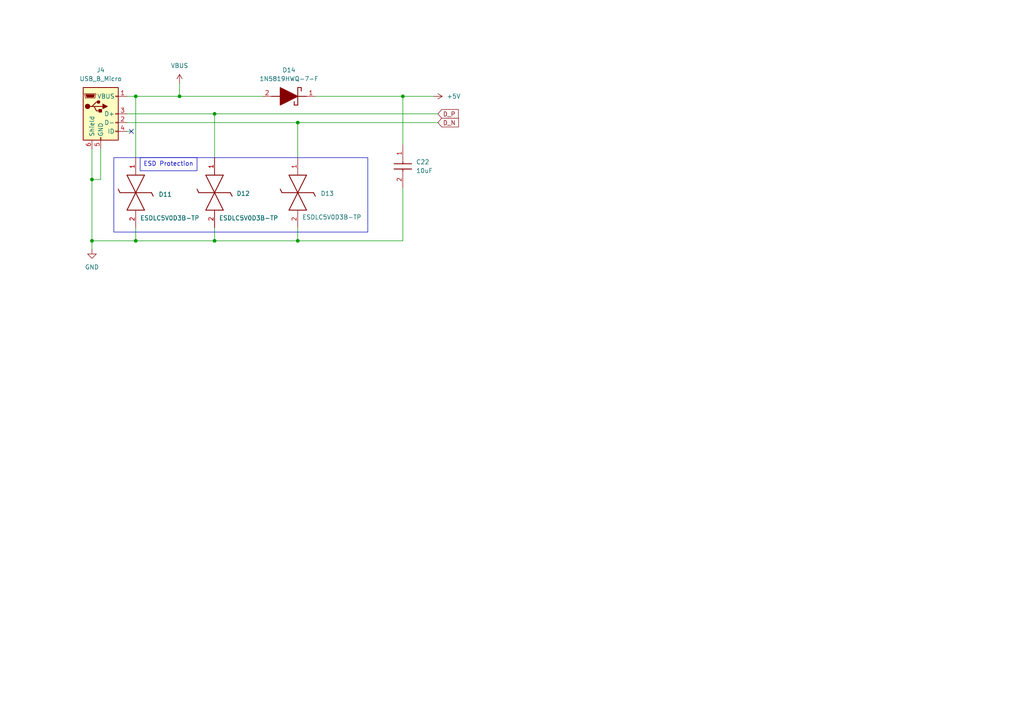
<source format=kicad_sch>
(kicad_sch (version 20250114) (generator "eeschema") (generator_version "9.0")
  (paper "A4")
  (lib_symbols
    (symbol "Connector:USB_B_Micro" (pin_names (offset 1.016))
      (property "Reference" "J" (at -5.08 11.43 0))
      (property "Value" "USB_B_Micro" (at -5.08 8.89 0))
      (symbol "USB_B_Micro_0_1"
        (rectangle (start -5.08 -7.62) (end 5.08 7.62) (stroke (width 0.254)) (fill (type background)))
        (polyline (pts (xy -4.699 5.842) (xy -4.699 5.588) (xy -4.445 4.826) (xy -4.445 4.572) (xy -1.651 4.572) (xy -1.651 4.826) (xy -1.397 5.588) (xy -1.397 5.842) (xy -4.699 5.842)))
        (polyline (pts (xy -4.318 5.588) (xy -1.778 5.588) (xy -2.032 4.826) (xy -4.064 4.826) (xy -4.318 5.588)) (fill (type outline)))
        (circle (center -3.81 2.159) (radius 0.635) (stroke (width 0.254)) (fill (type outline)))
        (polyline (pts (xy -3.175 2.159) (xy -2.54 2.159) (xy -1.27 3.429) (xy -0.635 3.429)) (stroke (width 0.254)))
        (polyline (pts (xy -2.54 2.159) (xy -1.905 2.159) (xy -1.27 0.889) (xy 0 0.889)) (stroke (width 0.254)))
        (polyline (pts (xy -1.905 2.159) (xy 0.635 2.159)) (stroke (width 0.254)))
        (circle (center -0.635 3.429) (radius 0.381) (stroke (width 0.254)) (fill (type outline)))
        (rectangle (start -0.127 -7.62) (end 0.127 -6.858))
        (rectangle (start 0.254 1.27) (end -0.508 0.508) (stroke (width 0.254)) (fill (type outline)))
        (polyline (pts (xy 0.635 2.794) (xy 0.635 1.524) (xy 1.905 2.159) (xy 0.635 2.794)) (stroke (width 0.254)) (fill (type outline)))
        (rectangle (start 5.08 4.953) (end 4.318 5.207))
        (rectangle (start 5.08 -0.127) (end 4.318 0.127))
        (rectangle (start 5.08 -2.667) (end 4.318 -2.413))
        (rectangle (start 5.08 -5.207) (end 4.318 -4.953))
      )
      (symbol "USB_B_Micro_1_1"
        (pin passive line (at -2.54 -10.16 90) (length 2.54) (name "Shield") (number "6"))
        (pin power_out line (at 0 -10.16 90) (length 2.54) (name "GND") (number "5"))
        (pin power_out line (at 7.62 5.08 180) (length 2.54) (name "VBUS") (number "1"))
        (pin bidirectional line (at 7.62 0 180) (length 2.54) (name "D+") (number "3"))
        (pin bidirectional line (at 7.62 -2.54 180) (length 2.54) (name "D-") (number "2"))
        (pin passive line (at 7.62 -5.08 180) (length 2.54) (name "ID") (number "4"))
      )
    )
    (symbol "SamacSys_Parts:1N5819HWQ-7-F" (pin_names (hide yes))
      (property "Reference" "D" (at 12.7 8.89 0))
      (property "Value" "1N5819HWQ-7-F" (at 12.7 6.35 0))
      (symbol "1N5819HWQ-7-F_1_1"
        (polyline (pts (xy 5.08 0) (xy 7.62 0)) (stroke (width 0.254)))
        (polyline (pts (xy 6.604 -1.524) (xy 6.604 -2.54)) (stroke (width 0.254)))
        (polyline (pts (xy 7.62 2.54) (xy 7.62 -2.54)) (stroke (width 0.254)))
        (polyline (pts (xy 7.62 2.54) (xy 8.636 2.54)) (stroke (width 0.254)))
        (polyline (pts (xy 7.62 0) (xy 12.7 2.54) (xy 12.7 -2.54) (xy 7.62 0)) (stroke (width 0.254)) (fill (type outline)))
        (polyline (pts (xy 7.62 -2.54) (xy 6.604 -2.54)) (stroke (width 0.254)))
        (polyline (pts (xy 8.636 1.524) (xy 8.636 2.54)) (stroke (width 0.254)))
        (polyline (pts (xy 12.7 0) (xy 15.24 0)) (stroke (width 0.254)))
        (pin passive line (at 2.54 0 0) (length 2.54) (name "K") (number "1"))
        (pin passive line (at 17.78 0 180) (length 2.54) (name "A") (number "2"))
      )
    )
    (symbol "SamacSys_Parts:CL21A106KAYNNNE" (pin_names (hide yes))
      (property "Reference" "C" (at 8.89 6.35 0))
      (property "Value" "CL21A106KAYNNNE" (at 8.89 3.81 0))
      (symbol "CL21A106KAYNNNE_1_1"
        (polyline (pts (xy 5.08 0) (xy 5.588 0)) (stroke (width 0.254)))
        (polyline (pts (xy 5.588 2.54) (xy 5.588 -2.54)) (stroke (width 0.254)))
        (polyline (pts (xy 7.112 2.54) (xy 7.112 -2.54)) (stroke (width 0.254)))
        (polyline (pts (xy 7.112 0) (xy 7.62 0)) (stroke (width 0.254)))
        (pin passive line (at 0 0 0) (length 5.08) (name "1") (number "1"))
        (pin passive line (at 12.7 0 180) (length 5.08) (name "2") (number "2"))
      )
    )
    (symbol "SamacSys_Parts:ESDLC5V0D3B-TP" (pin_names (hide yes))
      (property "Reference" "D" (at 15.24 8.89 0))
      (property "Value" "ESDLC5V0D3B-TP" (at 15.24 6.35 0))
      (symbol "ESDLC5V0D3B-TP_1_1"
        (polyline (pts (xy 5.08 2.54) (xy 5.08 -2.54)) (stroke (width 0.254)))
        (polyline (pts (xy 5.08 2.54) (xy 10.16 0)) (stroke (width 0.254)))
        (polyline (pts (xy 10.16 0) (xy 5.08 -2.54)) (stroke (width 0.254)))
        (polyline (pts (xy 10.16 0) (xy 15.24 -2.54)) (stroke (width 0.254)))
        (polyline (pts (xy 10.16 -4.572) (xy 9.144 -5.08)) (stroke (width 0.254)))
        (polyline (pts (xy 10.16 -4.572) (xy 10.16 4.572)) (stroke (width 0.254)))
        (polyline (pts (xy 11.176 5.08) (xy 10.16 4.572)) (stroke (width 0.254)))
        (polyline (pts (xy 15.24 2.54) (xy 10.16 0)) (stroke (width 0.254)))
        (polyline (pts (xy 15.24 2.54) (xy 15.24 -2.54)) (stroke (width 0.254)))
        (pin passive line (at 0 0 0) (length 5.08) (name "K1") (number "1"))
        (pin passive line (at 20.32 0 180) (length 5.08) (name "K2") (number "2"))
      )
    )
    (symbol "power:+5V" (power) (pin_numbers (hide yes)) (pin_names (offset 0) (hide yes))
      (property "Value" "+5V" (at 0 3.556 0))
      (symbol "+5V_0_1"
        (polyline (pts (xy -0.762 1.27) (xy 0 2.54)))
        (polyline (pts (xy 0 2.54) (xy 0.762 1.27)))
        (polyline (pts (xy 0 0) (xy 0 2.54)))
      )
      (symbol "+5V_1_1"
        (pin power_in line (at 0 0 90) (length 0) (name "~") (number "1"))
      )
    )
    (symbol "power:GND" (power) (pin_numbers (hide yes)) (pin_names (offset 0) (hide yes))
      (property "Value" "GND" (at 0 -3.81 0))
      (symbol "GND_0_1"
        (polyline (pts (xy 0 0) (xy 0 -1.27) (xy 1.27 -1.27) (xy 0 -2.54) (xy -1.27 -1.27) (xy 0 -1.27)))
      )
      (symbol "GND_1_1"
        (pin power_in line (at 0 0 270) (length 0) (name "~") (number "1"))
      )
    )
    (symbol "power:VBUS" (power) (pin_numbers (hide yes)) (pin_names (offset 0) (hide yes))
      (property "Value" "VBUS" (at 0 3.556 0))
      (symbol "VBUS_0_1"
        (polyline (pts (xy -0.762 1.27) (xy 0 2.54)))
        (polyline (pts (xy 0 2.54) (xy 0.762 1.27)))
        (polyline (pts (xy 0 0) (xy 0 2.54)))
      )
      (symbol "VBUS_1_1"
        (pin power_in line (at 0 0 90) (length 0) (name "~") (number "1"))
      )
    )
  )
  (rectangle (start 33.02 45.72) (end 106.68 67.31))
  (text_box "ESD Protection" (at 40.64 45.72 0) (size 16.51 3.81) (margins 0.9525 0.9525 0.9525 0.9525) (effects (font (size 1.27 1.27)) (justify left top)))
  (junction (at 62.23 69.85))
  (junction (at 116.84 27.94))
  (junction (at 26.67 52.07))
  (junction (at 52.07 27.94))
  (junction (at 62.23 33.02))
  (junction (at 39.37 27.94))
  (junction (at 39.37 69.85))
  (junction (at 26.67 69.85))
  (junction (at 86.36 35.56))
  (junction (at 86.36 69.85))
  (no_connect (at 38.1 38.1))
  (wire (pts (xy 116.84 27.94) (xy 125.73 27.94)))
  (wire (pts (xy 26.67 72.39) (xy 26.67 69.85)))
  (wire (pts (xy 39.37 27.94) (xy 39.37 45.72)))
  (wire (pts (xy 86.36 69.85) (xy 116.84 69.85)))
  (wire (pts (xy 26.67 69.85) (xy 39.37 69.85)))
  (wire (pts (xy 52.07 24.13) (xy 52.07 27.94)))
  (wire (pts (xy 116.84 27.94) (xy 116.84 41.91)))
  (wire (pts (xy 36.83 35.56) (xy 86.36 35.56)))
  (wire (pts (xy 39.37 69.85) (xy 39.37 66.04)))
  (wire (pts (xy 26.67 43.18) (xy 26.67 52.07)))
  (wire (pts (xy 86.36 66.04) (xy 86.36 69.85)))
  (wire (pts (xy 116.84 54.61) (xy 116.84 69.85)))
  (wire (pts (xy 38.1 38.1) (xy 36.83 38.1)))
  (wire (pts (xy 62.23 33.02) (xy 127 33.02)))
  (wire (pts (xy 36.83 27.94) (xy 39.37 27.94)))
  (wire (pts (xy 26.67 52.07) (xy 26.67 69.85)))
  (wire (pts (xy 62.23 69.85) (xy 39.37 69.85)))
  (wire (pts (xy 62.23 33.02) (xy 62.23 45.72)))
  (wire (pts (xy 29.21 52.07) (xy 26.67 52.07)))
  (wire (pts (xy 86.36 35.56) (xy 127 35.56)))
  (wire (pts (xy 62.23 66.04) (xy 62.23 69.85)))
  (wire (pts (xy 52.07 27.94) (xy 76.2 27.94)))
  (wire (pts (xy 39.37 27.94) (xy 52.07 27.94)))
  (wire (pts (xy 36.83 33.02) (xy 62.23 33.02)))
  (wire (pts (xy 86.36 35.56) (xy 86.36 45.72)))
  (wire (pts (xy 29.21 43.18) (xy 29.21 52.07)))
  (wire (pts (xy 62.23 69.85) (xy 86.36 69.85)))
  (wire (pts (xy 91.44 27.94) (xy 116.84 27.94)))
  (global_label "D_P" (shape input) (at 127 33.02 0) (property "Intersheetrefs" "${INTERSHEET_REFS}" (effects (hide yes))))
  (global_label "D_N" (shape input) (at 127 35.56 0) (property "Intersheetrefs" "${INTERSHEET_REFS}" (effects (hide yes))))
  (symbol (lib_id "SamacSys_Parts:ESDLC5V0D3B-TP") (at 86.36 45.72 270) (unit 1)
    (property "Reference" "D13" (at 92.964 56.134 90) (effects (justify left)))
    (property "Value" "ESDLC5V0D3B-TP" (at 87.63 62.992 90) (effects (justify left)))
    (property "Footprint" "SOD2512X115N" (effects (hide yes)))
    (property "Datasheet" "https://www.mccsemi.com/pdf/Products/ESDLC3V3D3B~ESDLC12VD3B(SOD-323).pdf" (effects (hide yes)))
    (property "Description" "ESD Protection Devices" (effects (hide yes)))
    (property "Height" "1.15" (effects (hide yes)))
    (property "Manufacturer_Name" "MCC" (effects (hide yes)))
    (property "Manufacturer_Part_Number" "ESDLC5V0D3B-TP" (effects (hide yes)))
  )
  (symbol (lib_id "SamacSys_Parts:CL21A106KAYNNNE") (at 116.84 41.91 270) (unit 1)
    (property "Reference" "C22" (at 120.65 46.9899 90) (effects (justify left)))
    (property "Value" "10uF" (at 120.65 49.5299 90) (effects (justify left)))
    (property "Footprint" "CAPC2012X145N" (effects (hide yes)))
    (property "Datasheet" "https://datasheet.datasheetarchive.com/originals/distributors/Datasheets_SAMA/6a45835c9b7400e9b49c55c38a8ff4a2.pdf" (effects (hide yes)))
    (property "Description" "Samsung" (effects (hide yes)))
    (property "Height" "1.45" (effects (hide yes)))
    (property "Manufacturer_Name" "SAMSUNG" (effects (hide yes)))
    (property "Manufacturer_Part_Number" "CL21A106KAYNNNE" (effects (hide yes)))
    (property "Mouser Part Number" "187-CL21A106KAYNNNE" (effects (hide yes)))
    (property "Mouser Price/Stock" "https://www.mouser.co.uk/ProductDetail/Samsung-Electro-Mechanics/CL21A106KAYNNNE?qs=yOVawPpwOwmTXAd4dJtNjA%3D%3D" (effects (hide yes)))
    (property "Arrow Part Number" "CL21A106KAYNNNE" (effects (hide yes)))
    (property "Arrow Price/Stock" "https://www.arrow.com/en/products/cl21a106kaynnne/samsung-electro-mechanics?utm_currency=USD&region=nac" (effects (hide yes)))
  )
  (symbol (lib_id "power:GND") (at 26.67 72.39 0) (unit 1)
    (property "Reference" "#PWR033" (effects (hide yes)))
    (property "Value" "GND" (at 26.67 77.47 0))
    (property "Description" "Power symbol creates a global label with name \"GND\" , ground" (effects (hide yes)))
  )
  (symbol (lib_id "power:+5V") (at 125.73 27.94 270) (unit 1)
    (property "Reference" "#PWR042" (effects (hide yes)))
    (property "Value" "+5V" (at 129.54 27.9399 90) (effects (justify left)))
    (property "Description" "Power symbol creates a global label with name \"+5V\"" (effects (hide yes)))
  )
  (symbol (lib_id "Connector:USB_B_Micro") (at 29.21 33.02 0) (unit 1)
    (property "Reference" "J4" (at 29.21 20.32 0))
    (property "Value" "USB_B_Micro" (at 29.21 22.86 0))
    (property "Description" "USB Micro Type B connector" (effects (hide yes)))
  )
  (symbol (lib_id "power:VBUS") (at 52.07 24.13 0) (unit 1)
    (property "Reference" "#PWR041" (effects (hide yes)))
    (property "Value" "VBUS" (at 52.07 19.05 0))
    (property "Description" "Power symbol creates a global label with name \"VBUS\"" (effects (hide yes)))
  )
  (symbol (lib_id "SamacSys_Parts:ESDLC5V0D3B-TP") (at 62.23 45.72 270) (unit 1)
    (property "Reference" "D12" (at 68.58 56.134 90) (effects (justify left)))
    (property "Value" "ESDLC5V0D3B-TP" (at 63.5 63.246 90) (effects (justify left)))
    (property "Footprint" "SOD2512X115N" (effects (hide yes)))
    (property "Datasheet" "https://www.mccsemi.com/pdf/Products/ESDLC3V3D3B~ESDLC12VD3B(SOD-323).pdf" (effects (hide yes)))
    (property "Description" "ESD Protection Devices" (effects (hide yes)))
    (property "Height" "1.15" (effects (hide yes)))
    (property "Manufacturer_Name" "MCC" (effects (hide yes)))
    (property "Manufacturer_Part_Number" "ESDLC5V0D3B-TP" (effects (hide yes)))
  )
  (symbol (lib_id "SamacSys_Parts:1N5819HWQ-7-F") (at 93.98 27.94 180) (unit 1)
    (property "Reference" "D14" (at 83.82 20.32 0))
    (property "Value" "1N5819HWQ-7-F" (at 83.82 22.86 0))
    (property "Footprint" "SOD3716X145N" (effects (hide yes)))
    (property "Datasheet" "https://www.diodes.com//assets/Datasheets/1N5819HW.pdf" (effects (hide yes)))
    (property "Description" "Schottky Diode 40 V 1A Surface Mount SOD-123" (effects (hide yes)))
    (property "Height" "1.45" (effects (hide yes)))
    (property "Manufacturer_Name" "Diodes Incorporated" (effects (hide yes)))
    (property "Manufacturer_Part_Number" "1N5819HWQ-7-F" (effects (hide yes)))
    (property "Mouser Part Number" "621-1N5819HWQ-7-F" (effects (hide yes)))
    (property "Mouser Price/Stock" "https://www.mouser.co.uk/ProductDetail/Diodes-Incorporated/1N5819HWQ-7-F?qs=gZXFycFWdAPDr8BmsK1ygg%3D%3D" (effects (hide yes)))
    (property "Arrow Part Number" "1N5819HWQ-7-F" (effects (hide yes)))
    (property "Arrow Price/Stock" "https://www.arrow.com/en/products/1n5819hwq-7-f/diodes-incorporated?utm_currency=USD&region=europe" (effects (hide yes)))
  )
  (symbol (lib_id "SamacSys_Parts:ESDLC5V0D3B-TP") (at 39.37 45.72 270) (unit 1)
    (property "Reference" "D11" (at 45.974 56.388 90) (effects (justify left)))
    (property "Value" "ESDLC5V0D3B-TP" (at 40.64 63.246 90) (effects (justify left)))
    (property "Footprint" "SOD2512X115N" (effects (hide yes)))
    (property "Datasheet" "https://www.mccsemi.com/pdf/Products/ESDLC3V3D3B~ESDLC12VD3B(SOD-323).pdf" (effects (hide yes)))
    (property "Description" "ESD Protection Devices" (effects (hide yes)))
    (property "Height" "1.15" (effects (hide yes)))
    (property "Manufacturer_Name" "MCC" (effects (hide yes)))
    (property "Manufacturer_Part_Number" "ESDLC5V0D3B-TP" (effects (hide yes)))
  )
)
</source>
